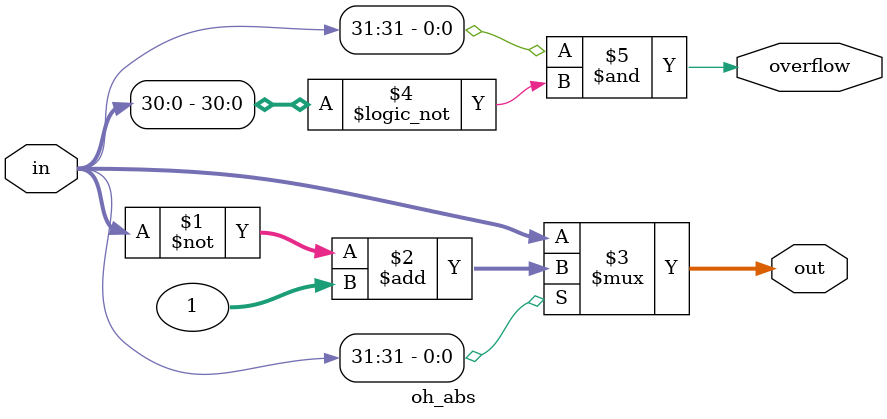
<source format=v>
module oh_abs(	// file.cleaned.mlir:2:3
  input  [31:0] in,	// file.cleaned.mlir:2:24
  output [31:0] out,	// file.cleaned.mlir:2:39
  output        overflow	// file.cleaned.mlir:2:54
);

  assign out = in[31] ? ~in + 32'h1 : in;	// file.cleaned.mlir:3:15, :6:10, :7:10, :8:10, :9:10, :13:5
  assign overflow = in[31] & in[30:0] == 31'h0;	// file.cleaned.mlir:4:15, :6:10, :10:10, :11:10, :12:10, :13:5
endmodule


</source>
